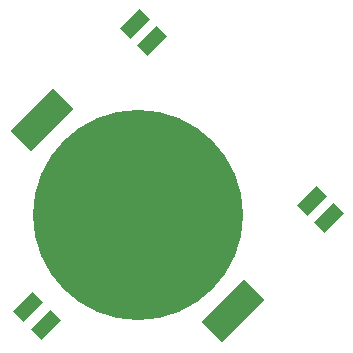
<source format=gbs>
%FSLAX33Y33*%
%MOMM*%
%AMRect-W2350000-H1200000-RO0.750*
21,1,2.35,1.2,0.,0.,225*%
%AMRect-W2350000-H1200000-RO1.750*
21,1,2.35,1.2,0.,0.,45*%
%AMRect-W2500000-H5100000-RO0.250*
21,1,2.5,5.1,0.,0.,315*%
%ADD10Rect-W2350000-H1200000-RO0.750*%
%ADD11Rect-W2350000-H1200000-RO1.750*%
%ADD12C,17.8*%
%ADD13Rect-W2500000-H5100000-RO0.250*%
D10*
%LNbottom solder mask_traces*%
%LNbottom solder mask component aa2ad5c2276a115c*%
G01*
X12742Y26258D03*
X11258Y27742D03*
%LNbottom solder mask component becf046d8cbe18d5*%
D11*
X26258Y12742D03*
X27742Y11258D03*
%LNbottom solder mask component f00f0886dcd7b053*%
X2258Y3742D03*
X3742Y2258D03*
%LNbottom solder mask component 3f7fce908c9848ab*%
D12*
X11500Y11500D03*
D13*
X3404Y19596D03*
X19596Y3404D03*
M02*
</source>
